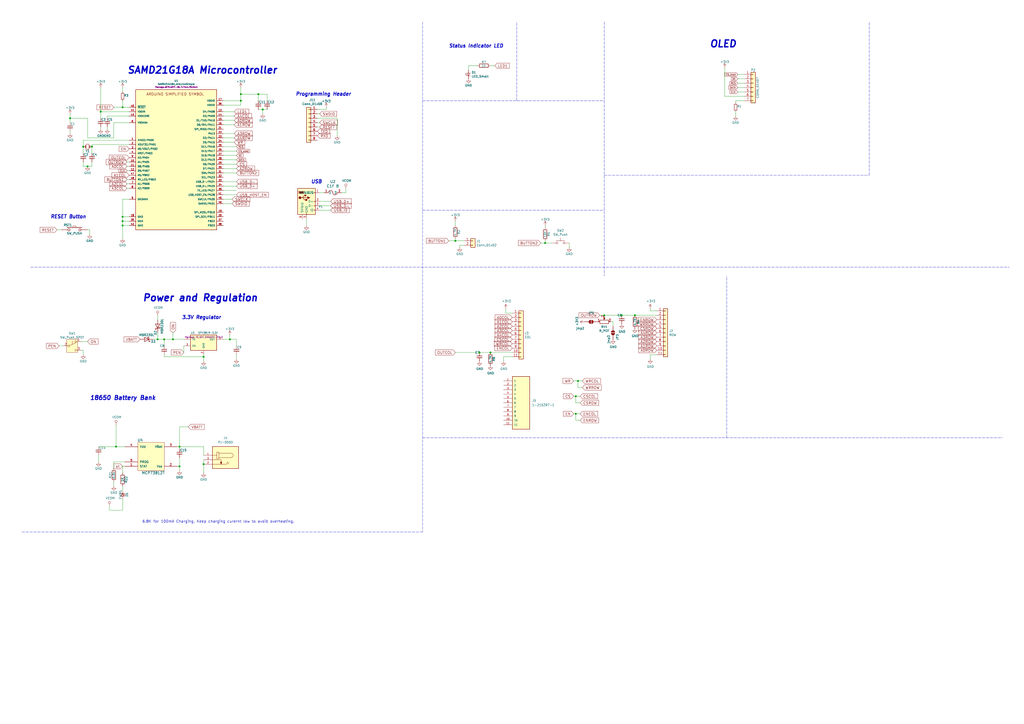
<source format=kicad_sch>
(kicad_sch (version 20231120) (generator "eeschema") (generator_version "8.0")
  (paper "A2")
  (title_block (title "McMaster Pulse Oximeter") (date "2019-01-24") (company "Idle Hands Dev."))
  (lib_symbols
    (symbol "1-215297-1 Connector:1-215297-1" (pin_names (offset 1.016))
      (property "Reference" "J" (at -5.58 15.24 0))
      (property "Value" "1-215297-1" (at -5.08 -17.78 0))
      (symbol "1-215297-1_0_0"
        (pin passive line (at -10.16 12.7 0) (length 5.08) (name "1") (number "1"))
        (pin passive line (at -10.16 -10.16 0) (length 5.08) (name "10") (number "10"))
        (pin passive line (at -10.16 -12.7 0) (length 5.08) (name "11") (number "11"))
        (pin passive line (at -10.16 10.16 0) (length 5.08) (name "2") (number "2"))
        (pin passive line (at -10.16 7.62 0) (length 5.08) (name "3") (number "3"))
        (pin passive line (at -10.16 5.08 0) (length 5.08) (name "4") (number "4"))
        (pin passive line (at -10.16 2.54 0) (length 5.08) (name "5") (number "5"))
        (pin passive line (at -10.16 0 0) (length 5.08) (name "6") (number "6"))
        (pin passive line (at -10.16 -2.54 0) (length 5.08) (name "7") (number "7"))
        (pin passive line (at -10.16 -5.08 0) (length 5.08) (name "8") (number "8"))
        (pin passive line (at -10.16 -7.62 0) (length 5.08) (name "9") (number "9"))
      )
    )
    (symbol "C1F8:C1F_8" (pin_names (offset 0.254))
      (property "Reference" "U" (at 5.08 3.175 0))
      (property "Value" "C1F 8" (at 5.08 -3.175 0))
      (symbol "C1F_8_0_1"
        (pin unspecified line (at 0 0 0) (length 2.54) (name "1") (number "1"))
        (pin unspecified line (at 10.16 0 180) (length 2.54) (name "2") (number "2"))
      )
    )
    (symbol "Connector_Generic:Conn_01x02" (pin_names (offset 1.016) hide)
      (property "Reference" "J" (at 0 2.54 0))
      (property "Value" "Conn_01x02" (at 0 -5.08 0))
      (symbol "Conn_01x02_1_1"
        (pin passive line (at -5.08 0 0) (length 3.81) (name "Pin_1") (number "1"))
        (pin passive line (at -5.08 -2.54 0) (length 3.81) (name "Pin_2") (number "2"))
      )
    )
    (symbol "Connector_Generic:Conn_01x07" (pin_names (offset 1.016) hide)
      (property "Reference" "J" (at 0 10.16 0))
      (property "Value" "Conn_01x07" (at 0 -10.16 0))
      (symbol "Conn_01x07_1_1"
        (pin passive line (at -5.08 7.62 0) (length 3.81) (name "Pin_1") (number "1"))
        (pin passive line (at -5.08 5.08 0) (length 3.81) (name "Pin_2") (number "2"))
        (pin passive line (at -5.08 2.54 0) (length 3.81) (name "Pin_3") (number "3"))
        (pin passive line (at -5.08 0 0) (length 3.81) (name "Pin_4") (number "4"))
        (pin passive line (at -5.08 -2.54 0) (length 3.81) (name "Pin_5") (number "5"))
        (pin passive line (at -5.08 -5.08 0) (length 3.81) (name "Pin_6") (number "6"))
        (pin passive line (at -5.08 -7.62 0) (length 3.81) (name "Pin_7") (number "7"))
      )
    )
    (symbol "Connector_Generic:Conn_01x08" (pin_names (offset 1.016) hide)
      (property "Reference" "J" (at 0 10.16 0))
      (property "Value" "Conn_01x08" (at 0 -12.7 0))
      (symbol "Conn_01x08_1_1"
        (pin passive line (at -5.08 7.62 0) (length 3.81) (name "Pin_1") (number "1"))
        (pin passive line (at -5.08 5.08 0) (length 3.81) (name "Pin_2") (number "2"))
        (pin passive line (at -5.08 2.54 0) (length 3.81) (name "Pin_3") (number "3"))
        (pin passive line (at -5.08 0 0) (length 3.81) (name "Pin_4") (number "4"))
        (pin passive line (at -5.08 -2.54 0) (length 3.81) (name "Pin_5") (number "5"))
        (pin passive line (at -5.08 -5.08 0) (length 3.81) (name "Pin_6") (number "6"))
        (pin passive line (at -5.08 -7.62 0) (length 3.81) (name "Pin_7") (number "7"))
        (pin passive line (at -5.08 -10.16 0) (length 3.81) (name "Pin_8") (number "8"))
      )
    )
    (symbol "Connector_Generic:Conn_01x11" (pin_names (offset 1.016) hide)
      (property "Reference" "J" (at 0 15.24 0))
      (property "Value" "Conn_01x11" (at 0 -15.24 0))
      (symbol "Conn_01x11_1_1"
        (pin passive line (at -5.08 12.7 0) (length 3.81) (name "Pin_1") (number "1"))
        (pin passive line (at -5.08 -10.16 0) (length 3.81) (name "Pin_10") (number "10"))
        (pin passive line (at -5.08 -12.7 0) (length 3.81) (name "Pin_11") (number "11"))
        (pin passive line (at -5.08 10.16 0) (length 3.81) (name "Pin_2") (number "2"))
        (pin passive line (at -5.08 7.62 0) (length 3.81) (name "Pin_3") (number "3"))
        (pin passive line (at -5.08 5.08 0) (length 3.81) (name "Pin_4") (number "4"))
        (pin passive line (at -5.08 2.54 0) (length 3.81) (name "Pin_5") (number "5"))
        (pin passive line (at -5.08 0 0) (length 3.81) (name "Pin_6") (number "6"))
        (pin passive line (at -5.08 -2.54 0) (length 3.81) (name "Pin_7") (number "7"))
        (pin passive line (at -5.08 -5.08 0) (length 3.81) (name "Pin_8") (number "8"))
        (pin passive line (at -5.08 -7.62 0) (length 3.81) (name "Pin_9") (number "9"))
      )
    )
    (symbol "Device:C_Small" (pin_numbers hide) (pin_names (offset 0.254) hide)
      (property "Reference" "C" (at 0.254 1.778 0))
      (property "Value" "C_Small" (at 0.254 -2.032 0))
      (symbol "C_Small_1_1"
        (pin passive line (at 0 2.54 270) (length 2.032) (name "~") (number "1"))
        (pin passive line (at 0 -2.54 90) (length 2.032) (name "~") (number "2"))
      )
    )
    (symbol "Device:Crystal_Small" (pin_numbers hide) (pin_names (offset 1.016) hide)
      (property "Reference" "Y" (at 0 2.54 0))
      (property "Value" "Crystal_Small" (at 0 -2.54 0))
      (symbol "Crystal_Small_1_1"
        (pin passive line (at -2.54 0 0) (length 1.27) (name "1") (number "1"))
        (pin passive line (at 2.54 0 180) (length 1.27) (name "2") (number "2"))
      )
    )
    (symbol "Device:D_Schottky" (pin_numbers hide) (pin_names (offset 1.016) hide)
      (property "Reference" "D" (at 0 2.54 0))
      (property "Value" "D_Schottky" (at 0 -2.54 0))
      (symbol "D_Schottky_1_1"
        (pin passive line (at -3.81 0 0) (length 2.54) (name "K") (number "1"))
        (pin passive line (at 3.81 0 180) (length 2.54) (name "A") (number "2"))
      )
    )
    (symbol "Device:LED_Small" (pin_numbers hide) (pin_names (offset 0.254) hide)
      (property "Reference" "D" (at -1.27 3.175 0))
      (property "Value" "LED_Small" (at -4.445 -2.54 0))
      (symbol "LED_Small_1_1"
        (pin passive line (at -2.54 0 0) (length 1.778) (name "K") (number "1"))
        (pin passive line (at 2.54 0 180) (length 1.778) (name "A") (number "2"))
      )
    )
    (symbol "Device:R" (pin_numbers hide) (pin_names (offset 0))
      (property "Reference" "R" (at 2.032 0 90))
      (property "Value" "R" (at 0 0 90))
      (symbol "R_1_1"
        (pin passive line (at 0 3.81 270) (length 1.27) (name "~") (number "1"))
        (pin passive line (at 0 -3.81 90) (length 1.27) (name "~") (number "2"))
      )
    )
    (symbol "Device:R_Small" (pin_numbers hide) (pin_names (offset 0.254) hide)
      (property "Reference" "R" (at 0.762 0.508 0))
      (property "Value" "R_Small" (at 0.762 -1.016 0))
      (symbol "R_Small_1_1"
        (pin passive line (at 0 2.54 270) (length 0.762) (name "~") (number "1"))
        (pin passive line (at 0 -2.54 90) (length 0.762) (name "~") (number "2"))
      )
    )
    (symbol "Jumper:SolderJumper_2_Open" (pin_numbers hide) (pin_names (offset 0) hide) (exclude_from_sim yes) (in_bom no)
      (property "Reference" "JP" (at 0 2.032 0))
      (property "Value" "SolderJumper_2_Open" (at 0 -2.54 0))
      (symbol "SolderJumper_2_Open_1_1"
        (pin passive line (at -3.81 0 0) (length 2.54) (name "A") (number "1"))
        (pin passive line (at 3.81 0 180) (length 2.54) (name "B") (number "2"))
      )
    )
    (symbol "PJ-055D:PJ-055D" (pin_names (offset 1.016))
      (property "Reference" "J" (at -7.4497 5.8953 0))
      (property "Value" "PJ-055D" (at -7.6966 -10.2087 0))
      (symbol "PJ-055D_0_0"
        (pin passive line (at 12.7 0 180) (length 5.08) (name "~") (number "1"))
        (pin passive line (at 12.7 -5.08 180) (length 5.08) (name "~") (number "2"))
        (pin passive line (at 12.7 -2.54 180) (length 5.08) (name "~") (number "3"))
      )
    )
    (symbol "Switch:SW_Push" (pin_numbers hide) (pin_names (offset 1.016) hide)
      (property "Reference" "SW" (at 1.27 2.54 0))
      (property "Value" "SW_Push" (at 0 -1.524 0))
      (symbol "SW_Push_0_1"
        (pin passive line (at -5.08 0 0) (length 2.54) (name "1") (number "1"))
        (pin passive line (at 5.08 0 180) (length 2.54) (name "2") (number "2"))
      )
    )
    (symbol "Switch:SW_Push_SPDT" (pin_names (offset 0) hide)
      (property "Reference" "SW" (at 0 5.08 0))
      (property "Value" "SW_Push_SPDT" (at 0 -5.08 0))
      (symbol "SW_Push_SPDT_1_1"
        (pin passive line (at 5.08 2.54 180) (length 2.54) (name "A") (number "1"))
        (pin passive line (at -5.08 0 0) (length 2.54) (name "B") (number "2"))
        (pin passive line (at 5.08 -2.54 180) (length 2.54) (name "C") (number "3"))
      )
    )
    (symbol "digiobscura_mcu-rescue:+3.3V--karmaglitterbomb-rescue-kgb_ctrl_v2-rescue-pulse_oximeter-rescue" (power) (pin_names (offset 0))
      (property "Value" "+3.3V--karmaglitterbomb-rescue-kgb_ctrl_v2-rescue-pulse_oximeter-rescue" (at 0 3.556 0))
      (symbol "+3.3V--karmaglitterbomb-rescue-kgb_ctrl_v2-rescue-pulse_oximeter-rescue_1_1"
        (pin power_in line (at 0 0 90) (length 0) hide (name "+3V3") (number "1"))
      )
    )
    (symbol "digiobscura_mcu-rescue:+3.3V-power" (power) (pin_names (offset 0))
      (property "Value" "power_+3.3V" (at 0 3.556 0))
      (symbol "+3.3V-power_1_1"
        (pin power_in line (at 0 0 90) (length 0) hide (name "+3V3") (number "1"))
      )
    )
    (symbol "digiobscura_mcu-rescue:+3V3-power" (power) (pin_names (offset 0))
      (property "Value" "power_+3V3" (at 0 3.556 0))
      (symbol "+3V3-power_1_1"
        (pin power_in line (at 0 0 90) (length 0) hide (name "+3V3") (number "1"))
      )
    )
    (symbol "digiobscura_mcu-rescue:AP2112K-3.3V-karmaglitterbomb-rescue-kgb_ctrl_v2-rescue-pulse_oximeter-rescue" (pin_names (offset 1.016))
      (property "Reference" "U" (at -6.35 5.08 0))
      (property "Value" "AP2112K-3.3V-karmaglitterbomb-rescue-kgb_ctrl_v2-rescue-pulse_oximeter-rescue" (at 2.54 5.08 0))
      (property "Footprint" "SOT-23-5" (at 0 2.54 0))
      (symbol "AP2112K-3.3V-karmaglitterbomb-rescue-kgb_ctrl_v2-rescue-pulse_oximeter-rescue_1_1"
        (pin input line (at -11.43 1.27 0) (length 3.81) (name "IN") (number "1"))
        (pin power_in line (at 0 -7.62 90) (length 2.54) (name "GND") (number "2"))
        (pin input line (at -11.43 -2.54 0) (length 3.81) (name "EN") (number "3"))
        (pin power_out line (at 11.43 1.27 180) (length 3.81) (name "OUT") (number "5"))
      )
    )
    (symbol "digiobscura_mcu-rescue:GND-power" (power) (pin_names (offset 0))
      (property "Value" "power_GND" (at 0 -3.81 0))
      (symbol "GND-power_1_1"
        (pin power_in line (at 0 0 270) (length 0) hide (name "GND") (number "1"))
      )
    )
    (symbol "digiobscura_mcu-rescue:LED_Small-AP2112k" (pin_numbers hide) (pin_names (offset 0.254) hide)
      (property "Reference" "D" (at -1.27 3.175 0))
      (property "Value" "LED_Small-AP2112k" (at -4.445 -2.54 0))
      (symbol "LED_Small-AP2112k_1_1"
        (pin passive line (at -2.54 0 0) (length 1.778) (name "K") (number "1"))
        (pin passive line (at 2.54 0 180) (length 1.778) (name "A") (number "2"))
      )
    )
    (symbol "digiobscura_mcu-rescue:MCP73831T-mcp73831t-pulse_oximeter-rescue" (pin_names (offset 1.016))
      (property "Reference" "U" (at -6.35 8.89 0))
      (property "Value" "MCP73831T-mcp73831t-pulse_oximeter-rescue" (at 1.27 -10.16 0))
      (symbol "MCP73831T-mcp73831t-pulse_oximeter-rescue_1_1"
        (pin input line (at -15.24 -6.35 0) (length 7.62) (name "STAT") (number "1"))
        (pin input line (at 15.24 -6.35 180) (length 7.62) (name "Vss") (number "2"))
        (pin input line (at 15.24 5.08 180) (length 7.62) (name "VBat") (number "3"))
        (pin input line (at -15.24 5.08 0) (length 7.62) (name "Vdd") (number "4"))
        (pin input line (at -15.24 -3.81 0) (length 7.62) (name "PROG") (number "5"))
      )
    )
    (symbol "digiobscura_mcu-rescue:R_POT-Device" (pin_names (offset 1.016) hide)
      (property "Reference" "RV" (at -4.445 0 90))
      (property "Value" "Device_R_POT" (at -2.54 0 90))
      (symbol "R_POT-Device_1_1"
        (pin passive line (at 0 3.81 270) (length 1.27) (name "1") (number "1"))
        (pin passive line (at 3.81 0 180) (length 1.27) (name "2") (number "2"))
        (pin passive line (at 0 -3.81 90) (length 1.27) (name "3") (number "3"))
      )
    )
    (symbol "digiobscura_mcu-rescue:SAMD21G18A_ArduinoSimple-MCU_Microchip_SAMD" (pin_names (offset 1.016))
      (property "Reference" "U" (at -20.32 41.91 0))
      (property "Value" "MCU_Microchip_SAMD_SAMD21G18A_ArduinoSimple" (at 20.32 -41.91 0))
      (property "Footprint" "QFN48" (at 0 -29.21 0))
      (symbol "SAMD21G18A_ArduinoSimple-MCU_Microchip_SAMD_0_0"
        (text "ARDUINO SIMPLIFIED SYMBOL" (at 1.27 38.1 0) (effects (font (size 1.524 1.524))))
      )
      (symbol "SAMD21G18A_ArduinoSimple-MCU_Microchip_SAMD_1_1"
        (pin input line (at -25.4 11.43 0) (length 3.81) (name "XIN32/PA00") (number "1"))
        (pin bidirectional line (at -25.4 -1.27 0) (length 3.81) (name "A4/PA05") (number "10"))
        (pin bidirectional line (at -25.4 -3.81 0) (length 3.81) (name "D8/PA06") (number "11"))
        (pin bidirectional line (at -25.4 -6.35 0) (length 3.81) (name "D9/PA07") (number "12"))
        (pin bidirectional line (at 29.21 27.94 180) (length 3.81) (name "D4/PA08") (number "13"))
        (pin bidirectional line (at 29.21 25.4 180) (length 3.81) (name "D3/PA09") (number "14"))
        (pin bidirectional line (at 29.21 22.86 180) (length 3.81) (name "D1/TXO/PA10") (number "15"))
        (pin bidirectional line (at 29.21 20.32 180) (length 3.81) (name "D0/RXI/PA11") (number "16"))
        (pin power_in line (at 29.21 34.29 180) (length 3.81) (name "VDDIO") (number "17"))
        (pin power_in line (at -25.4 -33.02 0) (length 3.81) (name "GND") (number "18"))
        (pin bidirectional line (at 29.21 -30.48 180) (length 3.81) (name "SPI_MOSI/PB10") (number "19"))
        (pin input line (at -25.4 8.89 0) (length 3.81) (name "XOUT32/PA01") (number "2"))
        (pin bidirectional line (at 29.21 -33.02 180) (length 3.81) (name "SPI_SCK/PB11") (number "20"))
        (pin bidirectional line (at 29.21 17.78 180) (length 3.81) (name "SPI_MISO/PA12") (number "21"))
        (pin bidirectional line (at 29.21 15.24 180) (length 3.81) (name "PA13") (number "22"))
        (pin bidirectional line (at 29.21 12.7 180) (length 3.81) (name "D2/PA14") (number "23"))
        (pin bidirectional line (at 29.21 10.16 180) (length 3.81) (name "D5/PA15") (number "24"))
        (pin bidirectional line (at 29.21 7.62 180) (length 3.81) (name "D11/PA16") (number "25"))
        (pin bidirectional line (at 29.21 5.08 180) (length 3.81) (name "D13/PA17") (number "26"))
        (pin bidirectional line (at 29.21 2.54 180) (length 3.81) (name "D10/PA18") (number "27"))
        (pin bidirectional line (at 29.21 0 180) (length 3.81) (name "D12/PA19") (number "28"))
        (pin bidirectional line (at 29.21 -2.54 180) (length 3.81) (name "D6/PA20") (number "29"))
        (pin bidirectional line (at -25.4 6.35 0) (length 3.81) (name "A0/VOUT/PA02") (number "3"))
        (pin bidirectional line (at 29.21 -5.08 180) (length 3.81) (name "D7/PA21") (number "30"))
        (pin bidirectional line (at 29.21 -7.62 180) (length 3.81) (name "SDA/PA22") (number "31"))
        (pin bidirectional line (at 29.21 -10.16 180) (length 3.81) (name "SCL/PA23") (number "32"))
        (pin bidirectional line (at 29.21 -12.7 180) (length 3.81) (name "USB_D-/PA24") (number "33"))
        (pin bidirectional line (at 29.21 -15.24 180) (length 3.81) (name "USB_D+/PA25") (number "34"))
        (pin power_in line (at -25.4 -35.56 0) (length 3.81) (name "GND") (number "35"))
        (pin power_in line (at 29.21 31.75 180) (length 3.81) (name "VDDIO") (number "36"))
        (pin bidirectional line (at 29.21 -35.56 180) (length 3.81) (name "PB22") (number "37"))
        (pin bidirectional line (at 29.21 -38.1 180) (length 3.81) (name "PB23") (number "38"))
        (pin bidirectional line (at 29.21 -17.78 180) (length 3.81) (name "TX_LED/PA27") (number "39"))
        (pin input line (at -25.4 3.81 0) (length 3.81) (name "AREF/PA03") (number "4"))
        (pin input line (at -25.4 30.48 0) (length 3.81) (name "~{RESET}") (number "40"))
        (pin bidirectional line (at 29.21 -20.32 180) (length 3.81) (name "USB_HOST_EN/PA28") (number "41"))
        (pin power_in line (at -25.4 -38.1 0) (length 3.81) (name "GND") (number "42"))
        (pin passive line (at -25.4 25.4 0) (length 3.81) (name "VDDCORE") (number "43"))
        (pin power_in line (at -25.4 27.94 0) (length 3.81) (name "VDDIN") (number "44"))
        (pin bidirectional line (at 29.21 -22.86 180) (length 3.81) (name "SWCLK/PA30") (number "45"))
        (pin bidirectional line (at 29.21 -25.4 180) (length 3.81) (name "SWDIO/PA31") (number "46"))
        (pin bidirectional line (at -25.4 -8.89 0) (length 3.81) (name "A5/PB02") (number "47"))
        (pin bidirectional line (at -25.4 -11.43 0) (length 3.81) (name "RX_LED/PB03") (number "48"))
        (pin power_in line (at -25.4 -22.86 0) (length 3.81) (name "GNDANA") (number "5"))
        (pin power_in line (at -25.4 21.59 0) (length 3.81) (name "VDDANA") (number "6"))
        (pin bidirectional line (at -25.4 -13.97 0) (length 3.81) (name "A1/PB08") (number "7"))
        (pin bidirectional line (at -25.4 -16.51 0) (length 3.81) (name "A2/PB09") (number "8"))
        (pin bidirectional line (at -25.4 1.27 0) (length 3.81) (name "A3/PA04") (number "9"))
      )
    )
    (symbol "digiobscura_mcu-rescue:SW_PUSH-karmaglitterbomb-rescue-kgb_ctrl_v2-rescue-pulse_oximeter-rescue" (pin_numbers hide) (pin_names (offset 1.016) hide)
      (property "Reference" "SW" (at 3.81 2.794 0))
      (property "Value" "SW_PUSH-karmaglitterbomb-rescue-kgb_ctrl_v2-rescue-pulse_oximeter-rescue" (at 0 -2.032 0))
      (symbol "SW_PUSH-karmaglitterbomb-rescue-kgb_ctrl_v2-rescue-pulse_oximeter-rescue_0_1"
        (pin passive inverted (at -7.62 0 0) (length 5.08) (name "1") (number "1"))
        (pin passive inverted (at 7.62 0 180) (length 5.08) (name "2") (number "2"))
      )
    )
    (symbol "digiobscura_mcu-rescue:USB_OTG-conn-kgb_ctrl_v2-rescue-pulse_oximeter-rescue" (pin_names (offset 1.016))
      (property "Reference" "J" (at -5.08 11.43 0))
      (property "Value" "USB_OTG-conn-kgb_ctrl_v2-rescue-pulse_oximeter-rescue" (at -5.08 8.89 0))
      (symbol "USB_OTG-conn-kgb_ctrl_v2-rescue-pulse_oximeter-rescue_1_1"
        (pin power_in line (at 7.62 5.08 180) (length 2.54) (name "VBUS") (number "1"))
        (pin passive line (at 7.62 -2.54 180) (length 2.54) (name "D-") (number "2"))
        (pin passive line (at 7.62 0 180) (length 2.54) (name "D+") (number "3"))
        (pin passive line (at 7.62 -5.08 180) (length 2.54) (name "ID") (number "4"))
        (pin power_in line (at 0 -10.16 90) (length 2.54) (name "GND") (number "5"))
        (pin passive line (at -2.54 -10.16 90) (length 2.54) (name "Shield") (number "6"))
      )
    )
    (symbol "digiobscura_mcu-rescue:VCOM-power" (power) (pin_names (offset 0))
      (property "Value" "power_VCOM" (at 0 3.81 0))
      (symbol "VCOM-power_1_1"
        (pin power_in line (at 0 0 90) (length 0) hide (name "VCOM") (number "1"))
      )
    )
  )
  (junction (at 149.86 54.61))
  (junction (at 350.52 182.88))
  (junction (at 91.44 196.85))
  (junction (at 71.12 130.81))
  (junction (at 67.31 259.08))
  (junction (at 368.3 182.88))
  (junction (at 334.01 229.87))
  (junction (at 284.48 204.47))
  (junction (at 133.35 196.85))
  (junction (at 71.12 128.27))
  (junction (at 104.14 270.51))
  (junction (at 278.13 204.47))
  (junction (at 334.01 240.03))
  (junction (at 118.11 207.01))
  (junction (at 95.25 196.85))
  (junction (at 71.12 62.23))
  (junction (at 71.12 125.73))
  (junction (at 139.7 58.42))
  (junction (at 316.23 140.97))
  (junction (at 50.8 96.52))
  (junction (at 118.11 269.24))
  (junction (at 335.28 220.98))
  (junction (at 100.33 196.85))
  (junction (at 48.26 85.09))
  (junction (at 360.68 182.88))
  (junction (at 264.16 139.7))
  (junction (at 152.4 63.5))
  (junction (at 58.42 64.77))
  (junction (at 53.34 85.09))
  (junction (at 104.14 259.08))
  (junction (at 40.64 68.58))
  (junction (at 139.7 54.61))
  (wire (pts (xy 316.23 139.7) (xy 316.23 140.97)))
  (wire (pts (xy 71.12 62.23) (xy 71.12 58.42)))
  (wire (pts (xy 53.34 85.09) (xy 53.34 88.9)))
  (wire (pts (xy 129.54 87.63) (xy 137.16 87.63)))
  (wire (pts (xy 350.52 182.88) (xy 360.68 182.88)))
  (wire (pts (xy 184.15 66.04) (xy 185.42 66.04)))
  (polyline (pts (xy 504.19 101.6) (xy 504.19 12.7)) (stroke (width 0) (type dash)))
  (wire (pts (xy 50.8 80.01) (xy 66.04 80.01)))
  (wire (pts (xy 50.8 96.52) (xy 53.34 96.52)))
  (wire (pts (xy 354.33 186.69) (xy 355.6 186.69)))
  (wire (pts (xy 118.11 205.74) (xy 118.11 207.01)))
  (wire (pts (xy 50.8 68.58) (xy 50.8 80.01)))
  (wire (pts (xy 102.87 270.51) (xy 104.14 270.51)))
  (wire (pts (xy 66.04 71.12) (xy 74.93 71.12)))
  (wire (pts (xy 95.25 200.66) (xy 95.25 196.85)))
  (wire (pts (xy 40.64 68.58) (xy 40.64 71.12)))
  (wire (pts (xy 189.23 63.5) (xy 189.23 62.23)))
  (wire (pts (xy 129.54 95.25) (xy 137.16 95.25)))
  (wire (pts (xy 50.8 68.58) (xy 40.64 68.58)))
  (wire (pts (xy 133.35 196.85) (xy 137.16 196.85)))
  (wire (pts (xy 184.15 68.58) (xy 195.58 68.58)))
  (wire (pts (xy 336.55 233.68) (xy 334.01 233.68)))
  (wire (pts (xy 129.54 107.95) (xy 137.16 107.95)))
  (wire (pts (xy 118.11 207.01) (xy 118.11 209.55)))
  (wire (pts (xy 185.42 121.92) (xy 191.77 121.92)))
  (wire (pts (xy 139.7 50.8) (xy 139.7 54.61)))
  (wire (pts (xy 129.54 90.17) (xy 137.16 90.17)))
  (wire (pts (xy 74.93 106.68) (xy 73.66 106.68)))
  (wire (pts (xy 426.72 58.42) (xy 426.72 59.69)))
  (wire (pts (xy 66.04 267.97) (xy 66.04 271.78)))
  (wire (pts (xy 71.12 128.27) (xy 71.12 130.81)))
  (wire (pts (xy 335.28 224.79) (xy 335.28 220.98)))
  (wire (pts (xy 334.01 229.87) (xy 336.55 229.87)))
  (wire (pts (xy 95.25 205.74) (xy 95.25 207.01)))
  (wire (pts (xy 129.54 64.77) (xy 135.89 64.77)))
  (wire (pts (xy 74.93 99.06) (xy 73.66 99.06)))
  (wire (pts (xy 185.42 111.76) (xy 187.96 111.76)))
  (wire (pts (xy 129.54 80.01) (xy 135.89 80.01)))
  (wire (pts (xy 129.54 105.41) (xy 137.16 105.41)))
  (wire (pts (xy 355.6 186.69) (xy 355.6 189.23)))
  (wire (pts (xy 74.93 109.22) (xy 73.66 109.22)))
  (wire (pts (xy 118.11 259.08) (xy 118.11 264.16)))
  (wire (pts (xy 431.8 50.8) (xy 427.99 50.8)))
  (wire (pts (xy 332.74 240.03) (xy 334.01 240.03)))
  (polyline (pts (xy 245.11 121.92) (xy 350.52 121.92)) (stroke (width 0) (type dash)))
  (wire (pts (xy 332.74 229.87) (xy 334.01 229.87)))
  (wire (pts (xy 129.54 113.03) (xy 137.16 113.03)))
  (wire (pts (xy 336.55 243.84) (xy 334.01 243.84)))
  (wire (pts (xy 198.12 111.76) (xy 200.66 111.76)))
  (wire (pts (xy 104.14 247.65) (xy 104.14 259.08)))
  (polyline (pts (xy 299.72 58.42) (xy 299.72 12.7)) (stroke (width 0) (type dash)))
  (wire (pts (xy 271.78 38.1) (xy 271.78 40.64)))
  (wire (pts (xy 129.54 85.09) (xy 137.16 85.09)))
  (wire (pts (xy 377.19 180.34) (xy 377.19 179.07)))
  (wire (pts (xy 52.07 133.35) (xy 52.07 135.89)))
  (wire (pts (xy 347.98 182.88) (xy 350.52 182.88)))
  (wire (pts (xy 100.33 196.85) (xy 106.68 196.85)))
  (wire (pts (xy 74.93 96.52) (xy 73.66 96.52)))
  (wire (pts (xy 152.4 63.5) (xy 152.4 66.04)))
  (wire (pts (xy 360.68 182.88) (xy 368.3 182.88)))
  (polyline (pts (xy 245.11 12.7) (xy 245.11 308.61)) (stroke (width 0) (type dash)))
  (wire (pts (xy 292.1 207.01) (xy 292.1 209.55)))
  (wire (pts (xy 95.25 207.01) (xy 118.11 207.01)))
  (wire (pts (xy 58.42 73.66) (xy 58.42 74.93)))
  (wire (pts (xy 149.86 54.61) (xy 149.86 58.42)))
  (wire (pts (xy 50.8 133.35) (xy 52.07 133.35)))
  (wire (pts (xy 67.31 246.38) (xy 67.31 259.08)))
  (wire (pts (xy 266.7 142.24) (xy 266.7 143.51)))
  (wire (pts (xy 62.23 67.31) (xy 74.93 67.31)))
  (wire (pts (xy 133.35 196.85) (xy 133.35 194.31)))
  (wire (pts (xy 129.54 118.11) (xy 134.62 118.11)))
  (wire (pts (xy 284.48 204.47) (xy 278.13 204.47)))
  (wire (pts (xy 152.4 63.5) (xy 154.94 63.5)))
  (wire (pts (xy 104.14 270.51) (xy 104.14 273.05)))
  (polyline (pts (xy 245.11 254) (xy 581.66 254)) (stroke (width 0) (type dash)))
  (wire (pts (xy 139.7 58.42) (xy 129.54 58.42)))
  (wire (pts (xy 185.42 119.38) (xy 191.77 119.38)))
  (wire (pts (xy 100.33 196.85) (xy 100.33 193.04)))
  (wire (pts (xy 118.11 266.7) (xy 118.11 269.24)))
  (wire (pts (xy 129.54 67.31) (xy 135.89 67.31)))
  (wire (pts (xy 53.34 96.52) (xy 53.34 93.98)))
  (wire (pts (xy 316.23 132.08) (xy 316.23 130.81)))
  (wire (pts (xy 74.93 130.81) (xy 71.12 130.81)))
  (wire (pts (xy 381 180.34) (xy 377.19 180.34)))
  (wire (pts (xy 74.93 125.73) (xy 71.12 125.73)))
  (wire (pts (xy 62.23 68.58) (xy 62.23 67.31)))
  (wire (pts (xy 431.8 45.72) (xy 427.99 45.72)))
  (wire (pts (xy 129.54 115.57) (xy 134.62 115.57)))
  (wire (pts (xy 129.54 77.47) (xy 135.89 77.47)))
  (wire (pts (xy 431.8 55.88) (xy 420.37 55.88)))
  (wire (pts (xy 71.12 281.94) (xy 71.12 284.48)))
  (wire (pts (xy 334.01 243.84) (xy 334.01 240.03)))
  (wire (pts (xy 46.99 198.12) (xy 50.8 198.12)))
  (wire (pts (xy 53.34 83.82) (xy 74.93 83.82)))
  (wire (pts (xy 139.7 58.42) (xy 139.7 60.96)))
  (wire (pts (xy 139.7 54.61) (xy 139.7 58.42)))
  (wire (pts (xy 129.54 72.39) (xy 135.89 72.39)))
  (wire (pts (xy 431.8 53.34) (xy 427.99 53.34)))
  (wire (pts (xy 72.39 270.51) (xy 71.12 270.51)))
  (wire (pts (xy 91.44 196.85) (xy 95.25 196.85)))
  (wire (pts (xy 195.58 68.58) (xy 195.58 78.74)))
  (wire (pts (xy 71.12 62.23) (xy 74.93 62.23)))
  (wire (pts (xy 71.12 125.73) (xy 71.12 128.27)))
  (wire (pts (xy 104.14 259.08) (xy 118.11 259.08)))
  (wire (pts (xy 368.3 182.88) (xy 381 182.88)))
  (wire (pts (xy 62.23 73.66) (xy 62.23 74.93)))
  (wire (pts (xy 67.31 259.08) (xy 72.39 259.08)))
  (wire (pts (xy 149.86 54.61) (xy 154.94 54.61)))
  (wire (pts (xy 334.01 240.03) (xy 336.55 240.03)))
  (wire (pts (xy 48.26 96.52) (xy 50.8 96.52)))
  (wire (pts (xy 88.9 196.85) (xy 91.44 196.85)))
  (wire (pts (xy 48.26 81.28) (xy 48.26 85.09)))
  (wire (pts (xy 58.42 50.8) (xy 58.42 64.77)))
  (polyline (pts (xy 350.52 12.7) (xy 350.52 160.02)) (stroke (width 0) (type dash)))
  (wire (pts (xy 74.93 93.98) (xy 73.66 93.98)))
  (wire (pts (xy 426.72 64.77) (xy 426.72 67.31)))
  (wire (pts (xy 377.19 205.74) (xy 377.19 208.28)))
  (wire (pts (xy 129.54 92.71) (xy 137.16 92.71)))
  (wire (pts (xy 264.16 204.47) (xy 278.13 204.47)))
  (wire (pts (xy 71.12 115.57) (xy 71.12 125.73)))
  (wire (pts (xy 264.16 139.7) (xy 269.24 139.7)))
  (wire (pts (xy 184.15 63.5) (xy 189.23 63.5)))
  (wire (pts (xy 137.16 208.28) (xy 137.16 205.74)))
  (wire (pts (xy 73.66 104.14) (xy 74.93 104.14)))
  (wire (pts (xy 71.12 130.81) (xy 71.12 138.43)))
  (wire (pts (xy 118.11 269.24) (xy 118.11 274.32)))
  (wire (pts (xy 109.22 247.65) (xy 104.14 247.65)))
  (wire (pts (xy 74.93 64.77) (xy 58.42 64.77)))
  (wire (pts (xy 35.56 133.35) (xy 33.02 133.35)))
  (wire (pts (xy 335.28 220.98) (xy 337.82 220.98)))
  (wire (pts (xy 74.93 128.27) (xy 71.12 128.27)))
  (polyline (pts (xy 245.11 58.42) (xy 350.52 58.42)) (stroke (width 0) (type dash)))
  (wire (pts (xy 297.18 181.61) (xy 293.37 181.61)))
  (wire (pts (xy 57.15 259.08) (xy 67.31 259.08)))
  (wire (pts (xy 137.16 196.85) (xy 137.16 200.66)))
  (wire (pts (xy 139.7 60.96) (xy 129.54 60.96)))
  (wire (pts (xy 104.14 265.43) (xy 104.14 270.51)))
  (wire (pts (xy 129.54 97.79) (xy 137.16 97.79)))
  (wire (pts (xy 431.8 58.42) (xy 426.72 58.42)))
  (wire (pts (xy 269.24 142.24) (xy 266.7 142.24)))
  (wire (pts (xy 66.04 62.23) (xy 71.12 62.23)))
  (wire (pts (xy 381 205.74) (xy 377.19 205.74)))
  (wire (pts (xy 260.35 139.7) (xy 264.16 139.7)))
  (wire (pts (xy 129.54 110.49) (xy 137.16 110.49)))
  (wire (pts (xy 332.74 220.98) (xy 335.28 220.98)))
  (wire (pts (xy 420.37 55.88) (xy 420.37 39.37)))
  (wire (pts (xy 154.94 54.61) (xy 154.94 58.42)))
  (wire (pts (xy 287.02 38.1) (xy 284.48 38.1)))
  (wire (pts (xy 431.8 43.18) (xy 427.99 43.18)))
  (wire (pts (xy 330.2 140.97) (xy 330.2 143.51)))
  (wire (pts (xy 184.15 71.12) (xy 185.42 71.12)))
  (wire (pts (xy 58.42 64.77) (xy 58.42 68.58)))
  (polyline (pts (xy 350.52 101.6) (xy 504.19 101.6)) (stroke (width 0) (type dash)))
  (wire (pts (xy 185.42 116.84) (xy 191.77 116.84)))
  (wire (pts (xy 200.66 109.22) (xy 200.66 111.76)))
  (polyline (pts (xy 17.78 154.94) (xy 585.47 154.94)) (stroke (width 0) (type dash)))
  (wire (pts (xy 149.86 63.5) (xy 152.4 63.5)))
  (wire (pts (xy 264.16 130.81) (xy 264.16 128.27)))
  (wire (pts (xy 139.7 54.61) (xy 149.86 54.61)))
  (wire (pts (xy 66.04 80.01) (xy 66.04 71.12)))
  (polyline (pts (xy 12.7 308.61) (xy 245.11 308.61)) (stroke (width 0) (type dash)))
  (wire (pts (xy 71.12 53.34) (xy 71.12 50.8)))
  (wire (pts (xy 71.12 270.51) (xy 71.12 274.32)))
  (wire (pts (xy 337.82 224.79) (xy 335.28 224.79)))
  (wire (pts (xy 129.54 100.33) (xy 137.16 100.33)))
  (wire (pts (xy 72.39 267.97) (xy 66.04 267.97)))
  (wire (pts (xy 53.34 83.82) (xy 53.34 85.09)))
  (wire (pts (xy 34.29 200.66) (xy 36.83 200.66)))
  (wire (pts (xy 91.44 182.88) (xy 91.44 185.42)))
  (wire (pts (xy 46.99 203.2) (xy 48.26 203.2)))
  (wire (pts (xy 129.54 69.85) (xy 135.89 69.85)))
  (wire (pts (xy 184.15 73.66) (xy 185.42 73.66)))
  (wire (pts (xy 71.12 295.91) (xy 63.5 295.91)))
  (wire (pts (xy 102.87 259.08) (xy 104.14 259.08)))
  (polyline (pts (xy 421.64 254) (xy 421.64 160.02)) (stroke (width 0) (type dash)))
  (wire (pts (xy 95.25 196.85) (xy 100.33 196.85)))
  (wire (pts (xy 106.68 204.47) (xy 106.68 200.66)))
  (wire (pts (xy 48.26 93.98) (xy 48.26 96.52)))
  (wire (pts (xy 334.01 233.68) (xy 334.01 229.87)))
  (wire (pts (xy 40.64 66.04) (xy 40.64 68.58)))
  (wire (pts (xy 57.15 264.16) (xy 57.15 267.97)))
  (wire (pts (xy 91.44 196.85) (xy 91.44 193.04)))
  (wire (pts (xy 74.93 115.57) (xy 71.12 115.57)))
  (wire (pts (xy 71.12 289.56) (xy 71.12 295.91)))
  (wire (pts (xy 40.64 77.47) (xy 40.64 76.2)))
  (wire (pts (xy 264.16 138.43) (xy 264.16 139.7)))
  (wire (pts (xy 63.5 295.91) (xy 63.5 293.37)))
  (wire (pts (xy 293.37 181.61) (xy 293.37 179.07)))
  (wire (pts (xy 271.78 38.1) (xy 276.86 38.1)))
  (wire (pts (xy 74.93 81.28) (xy 48.26 81.28)))
  (wire (pts (xy 313.69 140.97) (xy 316.23 140.97)))
  (wire (pts (xy 66.04 279.4) (xy 66.04 281.94)))
  (wire (pts (xy 316.23 140.97) (xy 320.04 140.97)))
  (wire (pts (xy 177.8 127) (xy 177.8 130.81)))
  (wire (pts (xy 431.8 48.26) (xy 427.99 48.26)))
  (wire (pts (xy 129.54 196.85) (xy 133.35 196.85)))
  (wire (pts (xy 129.54 82.55) (xy 135.89 82.55)))
  (wire (pts (xy 297.18 207.01) (xy 292.1 207.01)))
  (wire (pts (xy 297.18 204.47) (xy 284.48 204.47)))
  (wire (pts (xy 48.26 203.2) (xy 48.26 205.74)))
  (wire (pts (xy 104.14 259.08) (xy 104.14 260.35)))
  (wire (pts (xy 48.26 85.09) (xy 48.26 88.9)))
  (text "Programming Header" (at 171.45 55.88 0) (effects (font (size 2.0066 2.0066) (thickness 0.4013) (bold yes) (italic yes)) (justify left bottom)))
  (text "6.8K for 100mA Charging. Keep charging curernt low to avoid overheating. " (at 82.55 303.53 0) (effects (font (size 1.524 1.524)) (justify left bottom)))
  (text "18650 Battery Bank" (at 52.07 232.41 0) (effects (font (size 2.4892 2.4892) (thickness 0.4978) (bold yes) (italic yes)) (justify left bottom)))
  (text "3.3V Regulator" (at 105.41 185.42 0) (effects (font (size 2.0066 2.0066) (thickness 0.4013) (bold yes) (italic yes)) (justify left bottom)))
  (text "SAMD21G18A Microcontroller" (at 73.66 43.18 0) (effects (font (size 3.9878 3.9878) (thickness 0.7976) (bold yes) (italic yes)) (justify left bottom)))
  (text "OLED" (at 411.48 27.94 0) (effects (font (size 3.9878 3.9878) (thickness 0.7976) (bold yes) (italic yes)) (justify left bottom)))
  (text "Status Indicator LED" (at 260.35 27.94 0) (effects (font (size 2.0066 2.0066) (thickness 0.4013) (bold yes) (italic yes)) (justify left bottom)))
  (text "USB" (at 180.34 106.68 0) (effects (font (size 2.0066 2.0066) (thickness 0.4013) (bold yes) (italic yes)) (justify left bottom)))
  (text "RESET Button" (at 29.21 127 0) (effects (font (size 2.0066 2.0066) (thickness 0.4013) (bold yes) (italic yes)) (justify left bottom)))
  (text "Power and Regulation" (at 82.55 175.26 0) (effects (font (size 3.9878 3.9878) (thickness 0.7976) (bold yes) (italic yes)) (justify left bottom)))
  (global_label "ENCOL" (shape input) (at 297.18 201.93 180) (effects (font (size 1.524 1.524))) (property "Intersheetrefs" "${INTERSHEET_REFS}" (effects (hide yes))))
  (global_label "ENCOL" (shape input) (at 336.55 240.03 0) (effects (font (size 1.524 1.524))) (property "Intersheetrefs" "${INTERSHEET_REFS}" (effects (hide yes))))
  (global_label "WR" (shape input) (at 135.89 82.55 0) (effects (font (size 1.524 1.524))) (property "Intersheetrefs" "${INTERSHEET_REFS}" (effects (hide yes))))
  (global_label "USB_HOST_EN" (shape input) (at 137.16 113.03 0) (effects (font (size 1.524 1.524))) (property "Intersheetrefs" "${INTERSHEET_REFS}" (effects (hide yes))))
  (global_label "EN" (shape input) (at 74.93 86.36 180) (effects (font (size 1.524 1.524))) (property "Intersheetrefs" "${INTERSHEET_REFS}" (effects (hide yes))))
  (global_label "ENROW" (shape input) (at 381 185.42 180) (effects (font (size 1.524 1.524))) (property "Intersheetrefs" "${INTERSHEET_REFS}" (effects (hide yes))))
  (global_label "OUTCOL" (shape input) (at 264.16 204.47 180) (effects (font (size 1.524 1.524))) (property "Intersheetrefs" "${INTERSHEET_REFS}" (effects (hide yes))))
  (global_label "EN" (shape input) (at 332.74 240.03 180) (effects (font (size 1.524 1.524))) (property "Intersheetrefs" "${INTERSHEET_REFS}" (effects (hide yes))))
  (global_label "USB_D-" (shape input) (at 191.77 119.38 0) (effects (font (size 1.524 1.524))) (property "Intersheetrefs" "${INTERSHEET_REFS}" (effects (hide yes))))
  (global_label "A2ROW" (shape input) (at 137.16 97.79 0) (effects (font (size 1.524 1.524))) (property "Intersheetrefs" "${INTERSHEET_REFS}" (effects (hide yes))))
  (global_label "A3ROW" (shape input) (at 135.89 77.47 0) (effects (font (size 1.524 1.524))) (property "Intersheetrefs" "${INTERSHEET_REFS}" (effects (hide yes))))
  (global_label "A2COL" (shape input) (at 297.18 189.23 180) (effects (font (size 1.524 1.524))) (property "Intersheetrefs" "${INTERSHEET_REFS}" (effects (hide yes))))
  (global_label "A4ROW" (shape input) (at 135.89 80.01 0) (effects (font (size 1.524 1.524))) (property "Intersheetrefs" "${INTERSHEET_REFS}" (effects (hide yes))))
  (global_label "CLK" (shape input) (at 427.99 53.34 180) (effects (font (size 0.9906 0.9906))) (property "Intersheetrefs" "${INTERSHEET_REFS}" (effects (hide yes))))
  (global_label "RESET" (shape input) (at 66.04 62.23 180) (effects (font (size 1.524 1.524))) (property "Intersheetrefs" "${INTERSHEET_REFS}" (effects (hide yes))))
  (global_label "PEN" (shape input) (at 34.29 200.66 180) (effects (font (size 1.524 1.524))) (property "Intersheetrefs" "${INTERSHEET_REFS}" (effects (hide yes))))
  (global_label "WRCOL" (shape input) (at 337.82 220.98 0) (effects (font (size 1.524 1.524))) (property "Intersheetrefs" "${INTERSHEET_REFS}" (effects (hide yes))))
  (global_label "BUTTON2" (shape input) (at 313.69 140.97 180) (effects (font (size 1.524 1.524))) (property "Intersheetrefs" "${INTERSHEET_REFS}" (effects (hide yes))))
  (global_label "ON" (shape input) (at 50.8 198.12 0) (effects (font (size 1.524 1.524))) (property "Intersheetrefs" "${INTERSHEET_REFS}" (effects (hide yes))))
  (global_label "A0COL" (shape input) (at 73.66 96.52 180) (effects (font (size 1.524 1.524))) (property "Intersheetrefs" "${INTERSHEET_REFS}" (effects (hide yes))))
  (global_label "A1ROW" (shape input) (at 135.89 72.39 0) (effects (font (size 1.524 1.524))) (property "Intersheetrefs" "${INTERSHEET_REFS}" (effects (hide yes))))
  (global_label "LED1" (shape input) (at 135.89 64.77 0) (effects (font (size 1.524 1.524))) (property "Intersheetrefs" "${INTERSHEET_REFS}" (effects (hide yes))))
  (global_label "SWCLK" (shape input) (at 134.62 115.57 0) (effects (font (size 1.524 1.524))) (property "Intersheetrefs" "${INTERSHEET_REFS}" (effects (hide yes))))
  (global_label "A1COL" (shape input) (at 74.93 101.6 180) (effects (font (size 1.524 1.524))) (property "Intersheetrefs" "${INTERSHEET_REFS}" (effects (hide yes))))
  (global_label "A1COL" (shape input) (at 297.18 186.69 180) (effects (font (size 1.524 1.524))) (property "Intersheetrefs" "${INTERSHEET_REFS}" (effects (hide yes))))
  (global_label "RXD" (shape input) (at 184.15 78.74 0) (effects (font (size 1.524 1.524))) (property "Intersheetrefs" "${INTERSHEET_REFS}" (effects (hide yes))))
  (global_label "OUTROW" (shape input) (at 347.98 182.88 180) (effects (font (size 1.524 1.524))) (property "Intersheetrefs" "${INTERSHEET_REFS}" (effects (hide yes))))
  (global_label "VBATT" (shape input) (at 109.22 247.65 0) (effects (font (size 1.524 1.524))) (property "Intersheetrefs" "${INTERSHEET_REFS}" (effects (hide yes))))
  (global_label "A4COL" (shape input) (at 135.89 67.31 0) (effects (font (size 1.524 1.524))) (property "Intersheetrefs" "${INTERSHEET_REFS}" (effects (hide yes))))
  (global_label "CSCOL" (shape input) (at 297.18 196.85 180) (effects (font (size 1.524 1.524))) (property "Intersheetrefs" "${INTERSHEET_REFS}" (effects (hide yes))))
  (global_label "OUTROW" (shape input) (at 73.66 93.98 180) (effects (font (size 1.524 1.524))) (property "Intersheetrefs" "${INTERSHEET_REFS}" (effects (hide yes))))
  (global_label "st" (shape input) (at 71.12 270.51 180) (effects (font (size 1.524 1.524))) (property "Intersheetrefs" "${INTERSHEET_REFS}" (effects (hide yes))))
  (global_label "A4COL" (shape input) (at 297.18 194.31 180) (effects (font (size 1.524 1.524))) (property "Intersheetrefs" "${INTERSHEET_REFS}" (effects (hide yes))))
  (global_label "BUTTON1" (shape input) (at 73.66 104.14 180) (effects (font (size 1.524 1.524))) (property "Intersheetrefs" "${INTERSHEET_REFS}" (effects (hide yes))))
  (global_label "SWDIO" (shape input) (at 185.42 66.04 0) (effects (font (size 1.524 1.524))) (property "Intersheetrefs" "${INTERSHEET_REFS}" (effects (hide yes))))
  (global_label "USB_D+" (shape input) (at 137.16 107.95 0) (effects (font (size 1.524 1.524))) (property "Intersheetrefs" "${INTERSHEET_REFS}" (effects (hide yes))))
  (global_label "RESET" (shape input) (at 185.42 73.66 0) (effects (font (size 1.524 1.524))) (property "Intersheetrefs" "${INTERSHEET_REFS}" (effects (hide yes))))
  (global_label "VBATT" (shape input) (at 81.28 196.85 180) (effects (font (size 1.524 1.524))) (property "Intersheetrefs" "${INTERSHEET_REFS}" (effects (hide yes))))
  (global_label "TXD" (shape input) (at 184.15 76.2 0) (effects (font (size 1.524 1.524))) (property "Intersheetrefs" "${INTERSHEET_REFS}" (effects (hide yes))))
  (global_label "DATA" (shape input) (at 427.99 50.8 180) (effects (font (size 0.9906 0.9906))) (property "Intersheetrefs" "${INTERSHEET_REFS}" (effects (hide yes))))
  (global_label "A0COL" (shape input) (at 297.18 184.15 180) (effects (font (size 1.524 1.524))) (property "Intersheetrefs" "${INTERSHEET_REFS}" (effects (hide yes))))
  (global_label "A2ROW" (shape input) (at 381 198.12 180) (effects (font (size 1.524 1.524))) (property "Intersheetrefs" "${INTERSHEET_REFS}" (effects (hide yes))))
  (global_label "CS" (shape input) (at 137.16 95.25 0) (effects (font (size 1.524 1.524))) (property "Intersheetrefs" "${INTERSHEET_REFS}" (effects (hide yes))))
  (global_label "USB_D+" (shape input) (at 191.77 116.84 0) (effects (font (size 1.524 1.524))) (property "Intersheetrefs" "${INTERSHEET_REFS}" (effects (hide yes))))
  (global_label "A2COL" (shape input) (at 73.66 106.68 180) (effects (font (size 1.524 1.524))) (property "Intersheetrefs" "${INTERSHEET_REFS}" (effects (hide yes))))
  (global_label "OUTCOL" (shape input) (at 74.93 91.44 180) (effects (font (size 1.524 1.524))) (property "Intersheetrefs" "${INTERSHEET_REFS}" (effects (hide yes))))
  (global_label "A0ROW" (shape input) (at 135.89 69.85 0) (effects (font (size 1.524 1.524))) (property "Intersheetrefs" "${INTERSHEET_REFS}" (effects (hide yes))))
  (global_label "DATA" (shape input) (at 137.16 92.71 0) (effects (font (size 0.9906 0.9906))) (property "Intersheetrefs" "${INTERSHEET_REFS}" (effects (hide yes))))
  (global_label "A0ROW" (shape input) (at 381 203.2 180) (effects (font (size 1.524 1.524))) (property "Intersheetrefs" "${INTERSHEET_REFS}" (effects (hide yes))))
  (global_label "WRROW" (shape input) (at 337.82 224.79 0) (effects (font (size 1.524 1.524))) (property "Intersheetrefs" "${INTERSHEET_REFS}" (effects (hide yes))))
  (global_label "CSROW" (shape input) (at 336.55 233.68 0) (effects (font (size 1.524 1.524))) (property "Intersheetrefs" "${INTERSHEET_REFS}" (effects (hide yes))))
  (global_label "RES" (shape input) (at 137.16 85.09 0) (effects (font (size 0.9906 0.9906))) (property "Intersheetrefs" "${INTERSHEET_REFS}" (effects (hide yes))))
  (global_label "USB_D-" (shape input) (at 137.16 105.41 0) (effects (font (size 1.524 1.524))) (property "Intersheetrefs" "${INTERSHEET_REFS}" (effects (hide yes))))
  (global_label "A3COL" (shape input) (at 73.66 109.22 180) (effects (font (size 1.524 1.524))) (property "Intersheetrefs" "${INTERSHEET_REFS}" (effects (hide yes))))
  (global_label "BUTTON2" (shape input) (at 137.16 100.33 0) (effects (font (size 1.524 1.524))) (property "Intersheetrefs" "${INTERSHEET_REFS}" (effects (hide yes))))
  (global_label "A4ROW" (shape input) (at 381 193.04 180) (effects (font (size 1.524 1.524))) (property "Intersheetrefs" "${INTERSHEET_REFS}" (effects (hide yes))))
  (global_label "A3COL" (shape input) (at 297.18 191.77 180) (effects (font (size 1.524 1.524))) (property "Intersheetrefs" "${INTERSHEET_REFS}" (effects (hide yes))))
  (global_label "ENROW" (shape input) (at 336.55 243.84 0) (effects (font (size 1.524 1.524))) (property "Intersheetrefs" "${INTERSHEET_REFS}" (effects (hide yes))))
  (global_label "CS" (shape input) (at 332.74 229.87 180) (effects (font (size 1.524 1.524))) (property "Intersheetrefs" "${INTERSHEET_REFS}" (effects (hide yes))))
  (global_label "DC" (shape input) (at 427.99 45.72 180) (effects (font (size 0.9906 0.9906))) (property "Intersheetrefs" "${INTERSHEET_REFS}" (effects (hide yes))))
  (global_label "CLK" (shape input) (at 73.66 99.06 180) (effects (font (size 0.9906 0.9906))) (property "Intersheetrefs" "${INTERSHEET_REFS}" (effects (hide yes))))
  (global_label "ON" (shape input) (at 100.33 193.04 90) (effects (font (size 1.524 1.524))) (property "Intersheetrefs" "${INTERSHEET_REFS}" (effects (hide yes))))
  (global_label "WR" (shape input) (at 332.74 220.98 180) (effects (font (size 1.524 1.524))) (property "Intersheetrefs" "${INTERSHEET_REFS}" (effects (hide yes))))
  (global_label "BUTTON1" (shape input) (at 260.35 139.7 180) (effects (font (size 1.524 1.524))) (property "Intersheetrefs" "${INTERSHEET_REFS}" (effects (hide yes))))
  (global_label "SWCLK" (shape input) (at 185.42 71.12 0) (effects (font (size 1.524 1.524))) (property "Intersheetrefs" "${INTERSHEET_REFS}" (effects (hide yes))))
  (global_label "CSROW" (shape input) (at 381 190.5 180) (effects (font (size 1.524 1.524))) (property "Intersheetrefs" "${INTERSHEET_REFS}" (effects (hide yes))))
  (global_label "RESET" (shape input) (at 33.02 133.35 180) (effects (font (size 1.524 1.524))) (property "Intersheetrefs" "${INTERSHEET_REFS}" (effects (hide yes))))
  (global_label "CS_oled" (shape input) (at 137.16 87.63 0) (effects (font (size 0.9906 0.9906))) (property "Intersheetrefs" "${INTERSHEET_REFS}" (effects (hide yes))))
  (global_label "PEN" (shape input) (at 106.68 204.47 180) (effects (font (size 1.524 1.524))) (property "Intersheetrefs" "${INTERSHEET_REFS}" (effects (hide yes))))
  (global_label "CSCOL" (shape input) (at 336.55 229.87 0) (effects (font (size 1.524 1.524))) (property "Intersheetrefs" "${INTERSHEET_REFS}" (effects (hide yes))))
  (global_label "LED1" (shape input) (at 287.02 38.1 0) (effects (font (size 1.524 1.524))) (property "Intersheetrefs" "${INTERSHEET_REFS}" (effects (hide yes))))
  (global_label "DC" (shape input) (at 137.16 90.17 0) (effects (font (size 0.9906 0.9906))) (property "Intersheetrefs" "${INTERSHEET_REFS}" (effects (hide yes))))
  (global_label "USB_ID" (shape input) (at 191.77 121.92 0) (effects (font (size 1.524 1.524))) (property "Intersheetrefs" "${INTERSHEET_REFS}" (effects (hide yes))))
  (global_label "WRCOL" (shape input) (at 297.18 199.39 180) (effects (font (size 1.524 1.524))) (property "Intersheetrefs" "${INTERSHEET_REFS}" (effects (hide yes))))
  (global_label "RES" (shape input) (at 427.99 48.26 180) (effects (font (size 0.9906 0.9906))) (property "Intersheetrefs" "${INTERSHEET_REFS}" (effects (hide yes))))
  (global_label "A1ROW" (shape input) (at 381 200.66 180) (effects (font (size 1.524 1.524))) (property "Intersheetrefs" "${INTERSHEET_REFS}" (effects (hide yes))))
  (global_label "CS_oled" (shape input) (at 427.99 43.18 180) (effects (font (size 0.9906 0.9906))) (property "Intersheetrefs" "${INTERSHEET_REFS}" (effects (hide yes))))
  (global_label "SWDIO" (shape input) (at 134.62 118.11 0) (effects (font (size 1.524 1.524))) (property "Intersheetrefs" "${INTERSHEET_REFS}" (effects (hide yes))))
  (global_label "A3ROW" (shape input) (at 381 195.58 180) (effects (font (size 1.524 1.524))) (property "Intersheetrefs" "${INTERSHEET_REFS}" (effects (hide yes))))
  (global_label "WRROW" (shape input) (at 381 187.96 180) (effects (font (size 1.524 1.524))) (property "Intersheetrefs" "${INTERSHEET_REFS}" (effects (hide yes))))
  (symbol (lib_id "Device:C_Small") (at 149.86 60.96 0) (unit 1)
    (property "Reference" "C11" (at 150.114 59.182 0) (effects (justify left)))
    (property "Value" "0.1uF" (effects (hide yes)))
    (property "Footprint" "Capacitor_SMD:C_0805_2012Metric" (effects (hide yes)))
  )
  (symbol (lib_id "Device:C_Small") (at 154.94 60.96 0) (unit 1)
    (property "Reference" "C12" (at 155.194 59.182 0) (effects (justify left)))
    (property "Value" "0.1uF" (effects (hide yes)))
    (property "Footprint" "Capacitor_SMD:C_0805_2012Metric" (effects (hide yes)))
  )
  (symbol (lib_id "digiobscura_mcu-rescue:+3.3V-power") (at 139.7 50.8 0) (unit 1)
    (property "Reference" "#PWR07" (effects (hide yes)))
    (property "Value" "+3V3" (at 139.7 47.244 0))
  )
  (symbol (lib_id "digiobscura_mcu-rescue:GND-power") (at 152.4 66.04 0) (unit 1)
    (property "Reference" "#PWR08" (effects (hide yes)))
    (property "Value" "GND" (at 152.4 69.85 0))
  )
  (symbol (lib_id "Device:R_Small") (at 71.12 55.88 0) (unit 1)
    (property "Reference" "R3" (at 71.882 55.372 0) (effects (justify left)))
    (property "Value" "10k" (effects (hide yes)))
    (property "Footprint" "Resistor_SMD:R_0805_2012Metric" (effects (hide yes)))
  )
  (symbol (lib_id "Device:C_Small") (at 58.42 71.12 0) (unit 1)
    (property "Reference" "C3" (at 58.674 69.342 0) (effects (justify left)))
    (property "Value" "0.1uF" (effects (hide yes)))
    (property "Footprint" "Capacitor_SMD:C_0805_2012Metric" (effects (hide yes)))
  )
  (symbol (lib_id "Device:C_Small") (at 62.23 71.12 0) (unit 1)
    (property "Reference" "C5" (at 62.484 69.342 0) (effects (justify left)))
    (property "Value" "0.1uF" (effects (hide yes)))
    (property "Footprint" "Capacitor_SMD:C_0805_2012Metric" (effects (hide yes)))
  )
  (symbol (lib_id "digiobscura_mcu-rescue:USB_OTG-conn-kgb_ctrl_v2-rescue-pulse_oximeter-rescue") (at 177.8 116.84 0) (unit 1)
    (property "Reference" "P1" (at 186.055 120.015 0))
    (property "Value" "USB_OTG" (at 177.8 111.76 0))
    (property "Footprint" "Connector_USB:USB_Micro-B_Molex-105017-0001" (effects (hide yes)))
  )
  (symbol (lib_id "Device:C_Small") (at 40.64 73.66 0) (unit 1)
    (property "Reference" "C1" (at 40.894 71.882 0) (effects (justify left)))
    (property "Value" "0.1uF" (effects (hide yes)))
    (property "Footprint" "Capacitor_SMD:C_0805_2012Metric" (effects (hide yes)))
  )
  (symbol (lib_id "Device:C_Small") (at 48.26 91.44 0) (unit 1)
    (property "Reference" "C2" (at 48.514 89.662 0) (effects (justify left)))
    (property "Value" "22pF" (effects (hide yes)))
    (property "Footprint" "Capacitor_SMD:C_0805_2012Metric" (effects (hide yes)))
  )
  (symbol (lib_id "Device:C_Small") (at 53.34 91.44 0) (unit 1)
    (property "Reference" "C4" (at 53.594 89.662 0) (effects (justify left)))
    (property "Value" "22pF" (effects (hide yes)))
    (property "Footprint" "Capacitor_SMD:C_0805_2012Metric" (effects (hide yes)))
  )
  (symbol (lib_id "Device:Crystal_Small") (at 50.8 85.09 180) (unit 1)
    (property "Reference" "Y1" (at 50.8 87.63 0))
    (property "Value" "Crystal_Small" (effects (hide yes)))
    (property "Footprint" "Crystal:Crystal_SMD_3215-2Pin_3.2x1.5mm" (effects (hide yes)))
  )
  (symbol (lib_id "digiobscura_mcu-rescue:+3.3V--karmaglitterbomb-rescue-kgb_ctrl_v2-rescue-pulse_oximeter-rescue") (at 71.12 50.8 0) (unit 1)
    (property "Reference" "#PWR01" (effects (hide yes)))
    (property "Value" "+3V3" (at 71.12 47.244 0))
  )
  (symbol (lib_id "digiobscura_mcu-rescue:+3.3V--karmaglitterbomb-rescue-kgb_ctrl_v2-rescue-pulse_oximeter-rescue") (at 58.42 50.8 0) (unit 1)
    (property "Reference" "#PWR02" (effects (hide yes)))
    (property "Value" "+3V3" (at 58.42 47.244 0))
  )
  (symbol (lib_id "digiobscura_mcu-rescue:GND-power") (at 58.42 74.93 0) (unit 1)
    (property "Reference" "#PWR03" (effects (hide yes)))
    (property "Value" "GND" (at 58.42 78.74 0))
  )
  (symbol (lib_id "digiobscura_mcu-rescue:GND-power") (at 62.23 74.93 0) (unit 1)
    (property "Reference" "#PWR04" (effects (hide yes)))
    (property "Value" "GND" (at 62.23 78.74 0))
  )
  (symbol (lib_id "digiobscura_mcu-rescue:GND-power") (at 40.64 77.47 0) (unit 1)
    (property "Reference" "#PWR05" (effects (hide yes)))
    (property "Value" "GND" (at 40.64 81.28 0))
  )
  (symbol (lib_id "digiobscura_mcu-rescue:GND-power") (at 50.8 96.52 0) (unit 1)
    (property "Reference" "#PWR06" (effects (hide yes)))
    (property "Value" "GND" (at 50.8 100.33 0))
  )
  (symbol (lib_id "digiobscura_mcu-rescue:AP2112K-3.3V-karmaglitterbomb-rescue-kgb_ctrl_v2-rescue-pulse_oximeter-rescue") (at 118.11 198.12 0) (unit 1)
    (property "Reference" "U3" (at 111.76 193.04 0) (effects (font (size 1.016 1.016))))
    (property "Value" "SPX3819-3.3V" (at 120.65 193.04 0) (effects (font (size 1.016 1.016))))
    (property "Footprint" "Package_TO_SOT_SMD:SOT-23-5" (at 118.11 195.58 0) (effects (font (size 0.889 0.889) (italic yes))))
  )
  (symbol (lib_id "Device:C_Small") (at 95.25 203.2 0) (unit 1)
    (property "Reference" "C8" (at 92.71 200.66 0) (effects (justify left)))
    (property "Value" "1uF" (effects (hide yes)))
    (property "Footprint" "Capacitor_SMD:C_0805_2012Metric" (effects (hide yes)))
  )
  (symbol (lib_id "digiobscura_mcu-rescue:GND-power") (at 177.8 130.81 0) (unit 1)
    (property "Reference" "#PWR010" (effects (hide yes)))
    (property "Value" "GND" (at 177.8 134.62 0))
  )
  (symbol (lib_id "digiobscura_mcu-rescue:GND-power") (at 118.11 209.55 0) (unit 1)
    (property "Reference" "#PWR011" (effects (hide yes)))
    (property "Value" "GND" (at 118.11 213.36 0))
  )
  (symbol (lib_id "digiobscura_mcu-rescue:+3.3V--karmaglitterbomb-rescue-kgb_ctrl_v2-rescue-pulse_oximeter-rescue") (at 133.35 194.31 0) (unit 1)
    (property "Reference" "#PWR012" (effects (hide yes)))
    (property "Value" "+3V3" (at 133.35 190.754 0))
  )
  (symbol (lib_id "Device:C_Small") (at 137.16 203.2 0) (unit 1)
    (property "Reference" "C9" (at 137.414 201.422 0) (effects (justify left)))
    (property "Value" "2.2uF" (effects (hide yes)))
    (property "Footprint" "Capacitor_SMD:C_0805_2012Metric" (effects (hide yes)))
  )
  (symbol (lib_id "digiobscura_mcu-rescue:GND-power") (at 137.16 208.28 0) (unit 1)
    (property "Reference" "#PWR013" (effects (hide yes)))
    (property "Value" "GND" (at 137.16 212.09 0))
  )
  (symbol (lib_id "digiobscura_mcu-rescue:GND-power") (at 71.12 138.43 0) (unit 1)
    (property "Reference" "#PWR014" (effects (hide yes)))
    (property "Value" "GND" (at 71.12 142.24 0))
  )
  (symbol (lib_id "digiobscura_mcu-rescue:GND-power") (at 195.58 78.74 0) (unit 1)
    (property "Reference" "#PWR015" (effects (hide yes)))
    (property "Value" "GND" (at 195.58 82.55 0))
  )
  (symbol (lib_id "digiobscura_mcu-rescue:+3.3V-power") (at 189.23 62.23 0) (unit 1)
    (property "Reference" "#PWR016" (effects (hide yes)))
    (property "Value" "+3V3" (at 189.23 58.674 0))
  )
  (symbol (lib_id "digiobscura_mcu-rescue:SW_PUSH-karmaglitterbomb-rescue-kgb_ctrl_v2-rescue-pulse_oximeter-rescue") (at 43.18 133.35 0) (mirror y) (unit 1)
    (property "Reference" "RST1" (at 39.37 130.556 0))
    (property "Value" "SW_PUSH" (at 43.18 135.382 0))
    (property "Footprint" "Button_Switch_SMD:SW_SPST_B3U-1000P" (effects (hide yes)))
  )
  (symbol (lib_id "digiobscura_mcu-rescue:GND-power") (at 52.07 135.89 0) (unit 1)
    (property "Reference" "#PWR017" (effects (hide yes)))
    (property "Value" "GND" (at 52.07 139.7 0))
  )
  (symbol (lib_id "digiobscura_mcu-rescue:MCP73831T-mcp73831t-pulse_oximeter-rescue") (at 87.63 264.16 0) (unit 1)
    (property "Reference" "U4" (at 81.28 255.27 0) (effects (font (size 1.524 1.524))))
    (property "Value" "MCP73812T" (at 88.9 274.32 0) (effects (font (size 1.524 1.524))))
    (property "Footprint" "Package_TO_SOT_SMD:SOT-23-5" (effects (hide yes)))
  )
  (symbol (lib_id "digiobscura_mcu-rescue:GND-power") (at 104.14 273.05 0) (unit 1)
    (property "Reference" "#PWR028" (effects (hide yes)))
    (property "Value" "GND" (at 104.14 276.86 0))
  )
  (symbol (lib_id "Device:C_Small") (at 104.14 262.89 0) (unit 1)
    (property "Reference" "C15" (at 104.394 261.112 0) (effects (justify left)))
    (property "Value" "4.7uF" (effects (hide yes)))
    (property "Footprint" "Capacitor_SMD:C_0805_2012Metric" (effects (hide yes)))
  )
  (symbol (lib_id "Device:C_Small") (at 57.15 261.62 0) (unit 1)
    (property "Reference" "C14" (at 57.404 259.842 0) (effects (justify left)))
    (property "Value" "4.7uF" (effects (hide yes)))
    (property "Footprint" "Capacitor_SMD:C_0805_2012Metric" (effects (hide yes)))
  )
  (symbol (lib_id "digiobscura_mcu-rescue:GND-power") (at 57.15 267.97 0) (unit 1)
    (property "Reference" "#PWR030" (effects (hide yes)))
    (property "Value" "GND" (at 57.15 271.78 0))
  )
  (symbol (lib_id "Device:R") (at 66.04 275.59 180) (unit 1)
    (property "Reference" "R21" (at 64.008 275.59 90))
    (property "Value" "6.8k" (at 66.04 275.59 90))
    (property "Footprint" "Resistor_SMD:R_0805_2012Metric" (effects (hide yes)))
  )
  (symbol (lib_id "digiobscura_mcu-rescue:GND-power") (at 66.04 281.94 0) (unit 1)
    (property "Reference" "#PWR031" (effects (hide yes)))
    (property "Value" "GND" (at 66.04 285.75 0))
  )
  (symbol (lib_id "Device:LED_Small") (at 71.12 287.02 270) (unit 1)
    (property "Reference" "D6" (at 73.66 287.02 0))
    (property "Value" "CHRG" (at 69.85 287.02 0))
    (property "Footprint" "LED_SMD:LED_0805_2012Metric" (effects (hide yes)))
  )
  (symbol (lib_id "Device:R") (at 71.12 278.13 0) (unit 1)
    (property "Reference" "R22" (at 73.152 278.13 90))
    (property "Value" "1K" (at 71.12 278.13 90))
    (property "Footprint" "Resistor_SMD:R_0805_2012Metric" (effects (hide yes)))
  )
  (symbol (lib_id "digiobscura_mcu-rescue:+3.3V--karmaglitterbomb-rescue-kgb_ctrl_v2-rescue-pulse_oximeter-rescue") (at 40.64 66.04 0) (unit 1)
    (property "Reference" "#PWR038" (effects (hide yes)))
    (property "Value" "+3V3" (at 40.64 62.484 0))
  )
  (symbol (lib_id "digiobscura_mcu-rescue:GND-power") (at 118.11 274.32 0) (unit 1)
    (property "Reference" "#PWR0110" (effects (hide yes)))
    (property "Value" "GND" (at 118.11 278.13 0))
  )
  (symbol (lib_id "digiobscura_mcu-rescue:VCOM-power") (at 200.66 109.22 0) (unit 1)
    (property "Reference" "#PWR0102" (effects (hide yes)))
    (property "Value" "VCOM" (at 201.0918 104.8258 0))
  )
  (symbol (lib_id "digiobscura_mcu-rescue:GND-power") (at 271.78 45.72 0) (unit 1)
    (property "Reference" "#PWR0115" (effects (hide yes)))
    (property "Value" "GND" (at 271.78 49.53 0))
  )
  (symbol (lib_id "Device:R") (at 280.67 38.1 90) (unit 1)
    (property "Reference" "R7" (at 280.67 36.068 90))
    (property "Value" "1k" (at 280.67 38.1 90))
    (property "Footprint" "Resistor_SMD:R_0805_2012Metric" (effects (hide yes)))
  )
  (symbol (lib_id "Device:D_Schottky") (at 91.44 189.23 90) (unit 1)
    (property "Reference" "D2" (at 90.17 193.04 0))
    (property "Value" "MBR230L" (at 93.98 189.23 0))
    (property "Footprint" "Diode_SMD:D_SOD-123F" (effects (hide yes)))
  )
  (symbol (lib_id "digiobscura_mcu-rescue:VCOM-power") (at 91.44 182.88 0) (unit 1)
    (property "Reference" "#PWR0127" (effects (hide yes)))
    (property "Value" "VCOM" (at 91.8718 178.4858 0))
  )
  (symbol (lib_id "digiobscura_mcu-rescue:SAMD21G18A_ArduinoSimple-MCU_Microchip_SAMD") (at 100.33 92.71 0) (unit 1)
    (property "Reference" "U1" (at 102.235 46.8376 0) (effects (font (size 1.016 1.016))))
    (property "Value" "SAMD21G18A_ArduinoSimple" (at 102.235 48.768 0) (effects (font (size 1.016 1.016))))
    (property "Footprint" "Package_QFP:LQFP-48_7x7mm_P0.5mm" (at 102.235 50.5206 0) (effects (font (size 0.8128 0.8128) (italic yes))))
  )
  (symbol (lib_id "Connector_Generic:Conn_01x08") (at 179.07 71.12 0) (mirror y) (unit 1)
    (property "Reference" "J11" (at 181.1528 57.9882 0))
    (property "Value" "Conn_01x08" (at 181.1528 60.2996 0))
    (property "Footprint" "Connector_PinSocket_2.54mm:PinSocket_1x08_P2.54mm_Vertical" (effects (hide yes)))
  )
  (symbol (lib_id "Device:C_Small") (at 278.13 207.01 0) (unit 1)
    (property "Reference" "C7" (at 275.59 204.47 0) (effects (justify left)))
    (property "Value" "1uF" (effects (hide yes)))
    (property "Footprint" "Capacitor_SMD:C_0805_2012Metric" (effects (hide yes)))
  )
  (symbol (lib_id "digiobscura_mcu-rescue:GND-power") (at 278.13 209.55 0) (unit 1)
    (property "Reference" "#PWR0118" (effects (hide yes)))
    (property "Value" "GND" (at 278.257 213.9442 0))
  )
  (symbol (lib_id "Device:C_Small") (at 360.68 185.42 0) (unit 1)
    (property "Reference" "C6" (at 358.14 182.88 0) (effects (justify left)))
    (property "Value" "1uF" (effects (hide yes)))
    (property "Footprint" "Capacitor_SMD:C_0805_2012Metric" (effects (hide yes)))
  )
  (symbol (lib_id "digiobscura_mcu-rescue:GND-power") (at 360.68 187.96 0) (unit 1)
    (property "Reference" "#PWR0119" (effects (hide yes)))
    (property "Value" "GND" (at 360.807 192.3542 0))
  )
  (symbol (lib_id "digiobscura_mcu-rescue:R_POT-Device") (at 350.52 186.69 90) (unit 1)
    (property "Reference" "RV1" (at 350.52 189.611 90))
    (property "Value" "R_POT" (at 350.52 191.9224 90))
    (property "Footprint" "Potentiometer_THT:Potentiometer_Bourns_PTV09A-1_Single_Vertical" (effects (hide yes)))
  )
  (symbol (lib_id "digiobscura_mcu-rescue:GND-power") (at 355.6 196.85 0) (unit 1)
    (property "Reference" "#PWR0121" (effects (hide yes)))
    (property "Value" "GND" (at 355.727 201.2442 0))
  )
  (symbol (lib_id "digiobscura_mcu-rescue:+3V3-power") (at 339.09 186.69 90) (unit 1)
    (property "Reference" "#PWR0122" (effects (hide yes)))
    (property "Value" "+3V3" (at 334.6958 186.309 0))
  )
  (symbol (lib_id "Jumper:SolderJumper_2_Open") (at 342.9 186.69 0) (unit 1) (in_bom no)
    (property "Reference" "JP1" (at 342.9 181.483 0))
    (property "Value" "jmp2" (at 336.55 190.5 0))
    (property "Footprint" "Jumper:SolderJumper-2_P1.3mm_Open_RoundedPad1.0x1.5mm" (effects (hide yes)))
  )
  (symbol (lib_id "Jumper:SolderJumper_2_Open") (at 355.6 193.04 270) (unit 1) (in_bom no)
    (property "Reference" "JP3" (at 358.14 195.58 0))
    (property "Value" "jmp3" (at 353.06 196.85 0))
    (property "Footprint" "Jumper:SolderJumper-2_P1.3mm_Open_RoundedPad1.0x1.5mm" (effects (hide yes)))
  )
  (symbol (lib_id "digiobscura_mcu-rescue:VCOM-power") (at 67.31 246.38 0) (unit 1)
    (property "Reference" "#PWR0124" (effects (hide yes)))
    (property "Value" "VCOM" (at 67.7418 241.9858 0))
  )
  (symbol (lib_id "Device:D_Schottky") (at 85.09 196.85 180) (unit 1)
    (property "Reference" "D3" (at 88.9 198.12 0))
    (property "Value" "MBR230L" (at 85.09 194.31 0))
    (property "Footprint" "Diode_SMD:D_SOD-123F" (effects (hide yes)))
  )
  (symbol (lib_id "digiobscura_mcu-rescue:VCOM-power") (at 63.5 293.37 0) (unit 1)
    (property "Reference" "#PWR0125" (effects (hide yes)))
    (property "Value" "VCOM" (at 63.9318 288.9758 0))
  )
  (symbol (lib_id "Switch:SW_Push_SPDT") (at 41.91 200.66 0) (unit 1)
    (property "Reference" "SW1" (at 41.91 193.421 0))
    (property "Value" "SW_Push_SPDT" (at 41.91 195.7324 0))
    (property "Footprint" "Button_Switch_THT:SW_Slide_1P2T_CK_OS102011MS2Q" (effects (hide yes)))
  )
  (symbol (lib_id "digiobscura_mcu-rescue:GND-power") (at 48.26 205.74 0) (unit 1)
    (property "Reference" "#PWR0126" (effects (hide yes)))
    (property "Value" "GND" (at 48.26 209.55 0))
  )
  (symbol (lib_id "Device:R") (at 316.23 135.89 0) (unit 1)
    (property "Reference" "R5" (at 318.262 135.89 90))
    (property "Value" "10K" (at 316.23 135.89 90))
    (property "Footprint" "Resistor_SMD:R_0805_2012Metric" (effects (hide yes)))
  )
  (symbol (lib_id "digiobscura_mcu-rescue:+3.3V-power") (at 316.23 130.81 0) (unit 1)
    (property "Reference" "#PWR0107" (effects (hide yes)))
    (property "Value" "+3V3" (at 316.23 127.254 0))
  )
  (symbol (lib_id "Switch:SW_Push") (at 325.12 140.97 0) (unit 1)
    (property "Reference" "SW2" (at 325.12 133.731 0))
    (property "Value" "SW_Push" (at 325.12 136.0424 0))
    (property "Footprint" "Button_Switch_SMD:SW_SPST_EVPBF" (effects (hide yes)))
  )
  (symbol (lib_id "digiobscura_mcu-rescue:GND-power") (at 330.2 143.51 0) (unit 1)
    (property "Reference" "#PWR0120" (effects (hide yes)))
    (property "Value" "GND" (at 330.2 147.32 0))
  )
  (symbol (lib_id "Connector_Generic:Conn_01x11") (at 302.26 194.31 0) (unit 1)
    (property "Reference" "J3" (at 304.292 193.2432 0) (effects (justify left)))
    (property "Value" "COL" (at 304.292 195.5546 0) (effects (justify left)))
    (property "Footprint" "Connector_PinSocket_2.54mm:PinSocket_1x11_P2.54mm_Vertical" (effects (hide yes)))
  )
  (symbol (lib_id "Connector_Generic:Conn_01x11") (at 386.08 193.04 0) (unit 1)
    (property "Reference" "J2" (at 388.0866 191.9732 0) (effects (justify left)))
    (property "Value" "ROW" (at 388.0866 194.2846 0) (effects (justify left)))
    (property "Footprint" "Connector_PinSocket_2.54mm:PinSocket_1x11_P2.54mm_Vertical" (effects (hide yes)))
  )
  (symbol (lib_id "digiobscura_mcu-rescue:+3V3-power") (at 293.37 179.07 0) (unit 1)
    (property "Reference" "#PWR0101" (effects (hide yes)))
    (property "Value" "+3V3" (at 293.751 174.6758 0))
  )
  (symbol (lib_id "digiobscura_mcu-rescue:GND-power") (at 292.1 209.55 0) (unit 1)
    (property "Reference" "#PWR0103" (effects (hide yes)))
    (property "Value" "GND" (at 292.227 213.9442 0))
  )
  (symbol (lib_id "digiobscura_mcu-rescue:+3V3-power") (at 377.19 179.07 0) (unit 1)
    (property "Reference" "#PWR0104" (effects (hide yes)))
    (property "Value" "+3V3" (at 377.571 174.6758 0))
  )
  (symbol (lib_id "digiobscura_mcu-rescue:GND-power") (at 377.19 208.28 0) (unit 1)
    (property "Reference" "#PWR0105" (effects (hide yes)))
    (property "Value" "GND" (at 377.317 212.6742 0))
  )
  (symbol (lib_id "digiobscura_mcu-rescue:GND-power") (at 426.72 67.31 0) (unit 1)
    (property "Reference" "#PWR0106" (effects (hide yes)))
    (property "Value" "GND" (at 426.72 71.12 0))
  )
  (symbol (lib_id "Device:R_Small") (at 426.72 62.23 0) (unit 1)
    (property "Reference" "R1" (at 427.482 61.722 0) (effects (justify left)))
    (property "Value" "100k" (effects (hide yes)))
    (property "Footprint" "Resistor_SMD:R_0805_2012Metric" (effects (hide yes)))
  )
  (symbol (lib_id "Connector_Generic:Conn_01x07") (at 436.88 50.8 0) (unit 1)
    (property "Reference" "P2" (at 436.88 40.64 0))
    (property "Value" "CONN_01X07" (at 439.42 50.8 90))
    (property "Footprint" "Connector_PinSocket_2.54mm:PinSocket_1x07_P2.54mm_Vertical" (effects (hide yes)))
  )
  (symbol (lib_id "digiobscura_mcu-rescue:+3V3-power") (at 420.37 39.37 0) (unit 1)
    (property "Reference" "#PWR0108" (effects (hide yes)))
    (property "Value" "+3V3" (at 420.37 35.814 0))
  )
  (symbol (lib_id "digiobscura_mcu-rescue:LED_Small-AP2112k") (at 271.78 43.18 90) (unit 1)
    (property "Reference" "D1" (at 273.5072 42.0116 90) (effects (justify right)))
    (property "Value" "LED_Small" (at 273.5072 44.323 90) (effects (justify right)))
    (property "Footprint" "LED_SMD:LED_0603_1608Metric" (effects (hide yes)))
  )
  (symbol (lib_id "Connector_Generic:Conn_01x02") (at 274.32 139.7 0) (unit 1)
    (property "Reference" "J1" (at 276.352 139.9032 0) (effects (justify left)))
    (property "Value" "Conn_01x02" (at 276.352 142.2146 0) (effects (justify left)))
    (property "Footprint" "Connector_JST:JST_PH_S2B-PH-K_1x02_P2.00mm_Horizontal" (effects (hide yes)))
  )
  (symbol (lib_id "Device:R") (at 264.16 134.62 0) (unit 1)
    (property "Reference" "R2" (at 266.192 134.62 90))
    (property "Value" "4.7K" (at 264.16 134.62 90))
    (property "Footprint" "Resistor_SMD:R_0805_2012Metric" (effects (hide yes)))
  )
  (symbol (lib_id "digiobscura_mcu-rescue:GND-power") (at 266.7 143.51 0) (unit 1)
    (property "Reference" "#PWR0109" (effects (hide yes)))
    (property "Value" "GND" (at 266.7 147.32 0))
  )
  (symbol (lib_id "digiobscura_mcu-rescue:+3.3V-power") (at 264.16 128.27 0) (unit 1)
    (property "Reference" "#PWR0111" (effects (hide yes)))
    (property "Value" "+3V3" (at 264.16 124.714 0))
  )
  (symbol (lib_id "digiobscura_mcu-rescue:GND-power") (at 368.3 190.5 0) (unit 1)
    (property "Reference" "#PWR0112" (effects (hide yes)))
    (property "Value" "GND" (at 368.427 194.8942 0))
  )
  (symbol (lib_id "digiobscura_mcu-rescue:GND-power") (at 284.48 212.09 0) (unit 1)
    (property "Reference" "#PWR0113" (effects (hide yes)))
    (property "Value" "GND" (at 284.607 216.4842 0))
  )
  (symbol (lib_id "Device:R") (at 284.48 208.28 0) (unit 1)
    (property "Reference" "R8" (at 286.512 208.28 90))
    (property "Value" "4.7K" (at 284.48 208.28 90))
    (property "Footprint" "Resistor_SMD:R_0805_2012Metric" (effects (hide yes)))
  )
  (symbol (lib_id "Device:R") (at 368.3 186.69 0) (unit 1)
    (property "Reference" "R4" (at 370.332 186.69 90))
    (property "Value" "4.7K" (at 368.3 186.69 90))
    (property "Footprint" "Resistor_SMD:R_0805_2012Metric" (effects (hide yes)))
  )
  (symbol (lib_id "C1F8:C1F_8") (at 187.96 111.76 0) (unit 1)
    (property "Reference" "U2" (at 193.04 105.41 0) (effects (font (size 1.524 1.524))))
    (property "Value" "C1F 8" (at 193.04 107.95 0) (effects (font (size 1.524 1.524))))
    (property "Footprint" "C1_BEL" (effects (hide yes)))
    (property "Datasheet" "C1F 8" (effects (hide yes)))
  )
  (symbol (lib_id "1-215297-1 Connector:1-215297-1") (at 302.26 233.68 0) (unit 1)
    (property "Reference" "J5" (at 308.61 232.4099 0) (effects (justify left)))
    (property "Value" "1-215297-1" (at 308.61 234.9499 0) (effects (justify left)))
    (property "Footprint" "1-215297-1:TE_1-215297-1" (effects (hide yes)))
    (property "PARTREV" "R" (effects (hide yes)))
    (property "STANDARD" "Manufacturer Recommendations" (effects (hide yes)))
    (property "MANUFACTURER" "TE" (effects (hide yes)))
  )
  (symbol (lib_id "PJ-055D:PJ-055D") (at 130.81 264.16 0) (mirror y) (unit 1)
    (property "Reference" "J4" (at 130.81 254 0))
    (property "Value" "PJ-055D" (at 130.81 256.54 0))
    (property "Footprint" "PJ-055D:CUI_PJ-055D" (effects (hide yes)))
    (property "PARTREV" "1.04" (effects (hide yes)))
    (property "STANDARD" "Manufacturer Recommendations" (effects (hide yes)))
    (property "MAXIMUM_PACKAGE_HEIGHT" "14.3 mm" (effects (hide yes)))
    (property "MANUFACTURER" "CUI Devices" (effects (hide yes)))
  )
)
</source>
